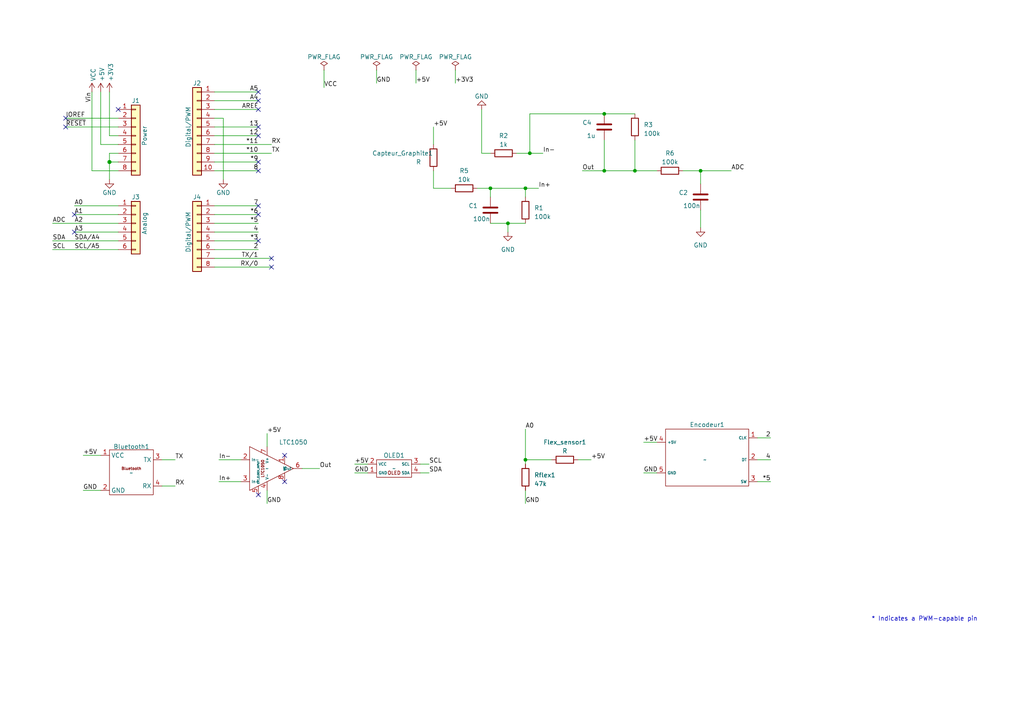
<source format=kicad_sch>
(kicad_sch (version 20230121) (generator eeschema)
  (paper "A4")
  (title_block (title "Capteur_Graphite_GOMOND_GUYOT") (date "mar. 31 mars 2015") (company "INSA Toulouse Génie Physique"))
  (lib_symbols
    (symbol "Capteur_Graphite:Bluetooth"
      (property "Reference" "U" (at 0 0 0))
      (symbol "Bluetooth_0_1"
        (polyline (pts (xy -6.3439 6.7248) (xy -6.35 -6.35) (xy 6.35 -6.35) (xy 6.4084 6.7023) (xy -6.3439 6.6798)))
        (text "Bluetooth\n" (at 0 1.27 0) (effects (font (size 0.8 0.8))))
      )
      (symbol "Bluetooth_1_1"
        (pin bidirectional line (at -8.89 5.08 0) (length 2.54) (name "VCC") (number "1"))
        (pin bidirectional line (at -8.89 -5.08 0) (length 2.54) (name "GND") (number "2"))
        (pin bidirectional line (at 8.89 3.81 180) (length 2.54) (name "TX") (number "3"))
        (pin bidirectional line (at 8.89 -3.81 180) (length 2.54) (name "RX") (number "4"))
      )
    )
    (symbol "Capteur_Graphite:Encodeur"
      (property "Reference" "Encodeur" (at 0 0 0))
      (symbol "Encodeur_0_1"
        (rectangle (start -11.43 8.89) (end 12.7 -7.62))
      )
      (symbol "Encodeur_1_1"
        (pin bidirectional line (at 15.24 6.35 180) (length 2.54) (name "CLK") (number "1"))
        (pin bidirectional line (at 15.24 0 180) (length 2.54) (name "DT") (number "2"))
        (pin bidirectional line (at 15.24 -6.35 180) (length 2.54) (name "SW") (number "3"))
        (pin bidirectional line (at -13.97 5.08 0) (length 2.54) (name "+5V") (number "4"))
        (pin bidirectional line (at -13.97 -3.81 0) (length 2.54) (name "GND") (number "5"))
      )
    )
    (symbol "Capteur_Graphite:LTC1050"
      (property "Reference" "U" (at 0 0 0))
      (symbol "LTC1050_0_1"
        (polyline (pts (xy -5.08 6.35) (xy -5.08 -6.35) (xy 7.62 0) (xy -5.08 6.35)))
        (text "LTC1050" (at -1.27 0 900) (effects (font (size 0.8 0.8))))
      )
      (symbol "LTC1050_1_1"
        (pin bidirectional line (at 5.08 3.81 270) (length 2.54) (name "NC") (number "1"))
        (pin bidirectional line (at -7.62 2.54 0) (length 2.54) (name "In-") (number "2"))
        (pin bidirectional line (at -7.62 -3.81 0) (length 2.54) (name "In+") (number "3"))
        (pin bidirectional line (at 0 -6.35 90) (length 2.54) (name "V-") (number "4"))
        (pin bidirectional line (at -2.54 -7.62 90) (length 2.54) (name "EXT_CLOCK_INPUT") (number "5"))
        (pin bidirectional line (at 10.16 0 180) (length 2.54) (name "Out") (number "6"))
        (pin bidirectional line (at 0 6.35 270) (length 2.54) (name "V+") (number "7"))
        (pin bidirectional line (at 5.08 -3.81 90) (length 2.54) (name "NC") (number "8"))
      )
    )
    (symbol "Capteur_Graphite:OLED"
      (property "Reference" "U" (at 0 0 0))
      (symbol "OLED_0_1"
        (polyline (pts (xy -5.08 2.54) (xy -5.08 -2.54) (xy 5.08 -2.54) (xy 5.08 2.54) (xy -5.08 2.54)))
        (text "OLED" (at 0 -1.27 0) (effects (font (size 1 1))))
      )
      (symbol "OLED_1_1"
        (pin bidirectional line (at -7.62 -1.27 0) (length 2.54) (name "GND") (number "1"))
        (pin bidirectional line (at -7.62 1.27 0) (length 2.54) (name "VCC") (number "2"))
        (pin bidirectional line (at 7.62 1.27 180) (length 2.54) (name "SCL") (number "3"))
        (pin bidirectional line (at 7.62 -1.27 180) (length 2.54) (name "SDA") (number "4"))
      )
    )
    (symbol "Connector_Generic:Conn_01x06" (pin_names (offset 1.016) hide)
      (property "Reference" "J" (at 0 7.62 0))
      (property "Value" "Conn_01x06" (at 0 -10.16 0))
      (symbol "Conn_01x06_1_1"
        (rectangle (start -1.27 -7.493) (end 0 -7.747) (stroke (width 0.1524)))
        (rectangle (start -1.27 -4.953) (end 0 -5.207) (stroke (width 0.1524)))
        (rectangle (start -1.27 -2.413) (end 0 -2.667) (stroke (width 0.1524)))
        (rectangle (start -1.27 0.127) (end 0 -0.127) (stroke (width 0.1524)))
        (rectangle (start -1.27 2.667) (end 0 2.413) (stroke (width 0.1524)))
        (rectangle (start -1.27 5.207) (end 0 4.953) (stroke (width 0.1524)))
        (rectangle (start -1.27 6.35) (end 1.27 -8.89) (stroke (width 0.254)) (fill (type background)))
        (pin passive line (at -5.08 5.08 0) (length 3.81) (name "Pin_1") (number "1"))
        (pin passive line (at -5.08 2.54 0) (length 3.81) (name "Pin_2") (number "2"))
        (pin passive line (at -5.08 0 0) (length 3.81) (name "Pin_3") (number "3"))
        (pin passive line (at -5.08 -2.54 0) (length 3.81) (name "Pin_4") (number "4"))
        (pin passive line (at -5.08 -5.08 0) (length 3.81) (name "Pin_5") (number "5"))
        (pin passive line (at -5.08 -7.62 0) (length 3.81) (name "Pin_6") (number "6"))
      )
    )
    (symbol "Connector_Generic:Conn_01x08" (pin_names (offset 1.016) hide)
      (property "Reference" "J" (at 0 10.16 0))
      (property "Value" "Conn_01x08" (at 0 -12.7 0))
      (symbol "Conn_01x08_1_1"
        (rectangle (start -1.27 -10.033) (end 0 -10.287) (stroke (width 0.1524)))
        (rectangle (start -1.27 -7.493) (end 0 -7.747) (stroke (width 0.1524)))
        (rectangle (start -1.27 -4.953) (end 0 -5.207) (stroke (width 0.1524)))
        (rectangle (start -1.27 -2.413) (end 0 -2.667) (stroke (width 0.1524)))
        (rectangle (start -1.27 0.127) (end 0 -0.127) (stroke (width 0.1524)))
        (rectangle (start -1.27 2.667) (end 0 2.413) (stroke (width 0.1524)))
        (rectangle (start -1.27 5.207) (end 0 4.953) (stroke (width 0.1524)))
        (rectangle (start -1.27 7.747) (end 0 7.493) (stroke (width 0.1524)))
        (rectangle (start -1.27 8.89) (end 1.27 -11.43) (stroke (width 0.254)) (fill (type background)))
        (pin passive line (at -5.08 7.62 0) (length 3.81) (name "Pin_1") (number "1"))
        (pin passive line (at -5.08 5.08 0) (length 3.81) (name "Pin_2") (number "2"))
        (pin passive line (at -5.08 2.54 0) (length 3.81) (name "Pin_3") (number "3"))
        (pin passive line (at -5.08 0 0) (length 3.81) (name "Pin_4") (number "4"))
        (pin passive line (at -5.08 -2.54 0) (length 3.81) (name "Pin_5") (number "5"))
        (pin passive line (at -5.08 -5.08 0) (length 3.81) (name "Pin_6") (number "6"))
        (pin passive line (at -5.08 -7.62 0) (length 3.81) (name "Pin_7") (number "7"))
        (pin passive line (at -5.08 -10.16 0) (length 3.81) (name "Pin_8") (number "8"))
      )
    )
    (symbol "Connector_Generic:Conn_01x10" (pin_names (offset 1.016) hide)
      (property "Reference" "J" (at 0 12.7 0))
      (property "Value" "Conn_01x10" (at 0 -15.24 0))
      (symbol "Conn_01x10_1_1"
        (rectangle (start -1.27 -12.573) (end 0 -12.827) (stroke (width 0.1524)))
        (rectangle (start -1.27 -10.033) (end 0 -10.287) (stroke (width 0.1524)))
        (rectangle (start -1.27 -7.493) (end 0 -7.747) (stroke (width 0.1524)))
        (rectangle (start -1.27 -4.953) (end 0 -5.207) (stroke (width 0.1524)))
        (rectangle (start -1.27 -2.413) (end 0 -2.667) (stroke (width 0.1524)))
        (rectangle (start -1.27 0.127) (end 0 -0.127) (stroke (width 0.1524)))
        (rectangle (start -1.27 2.667) (end 0 2.413) (stroke (width 0.1524)))
        (rectangle (start -1.27 5.207) (end 0 4.953) (stroke (width 0.1524)))
        (rectangle (start -1.27 7.747) (end 0 7.493) (stroke (width 0.1524)))
        (rectangle (start -1.27 10.287) (end 0 10.033) (stroke (width 0.1524)))
        (rectangle (start -1.27 11.43) (end 1.27 -13.97) (stroke (width 0.254)) (fill (type background)))
        (pin passive line (at -5.08 10.16 0) (length 3.81) (name "Pin_1") (number "1"))
        (pin passive line (at -5.08 -12.7 0) (length 3.81) (name "Pin_10") (number "10"))
        (pin passive line (at -5.08 7.62 0) (length 3.81) (name "Pin_2") (number "2"))
        (pin passive line (at -5.08 5.08 0) (length 3.81) (name "Pin_3") (number "3"))
        (pin passive line (at -5.08 2.54 0) (length 3.81) (name "Pin_4") (number "4"))
        (pin passive line (at -5.08 0 0) (length 3.81) (name "Pin_5") (number "5"))
        (pin passive line (at -5.08 -2.54 0) (length 3.81) (name "Pin_6") (number "6"))
        (pin passive line (at -5.08 -5.08 0) (length 3.81) (name "Pin_7") (number "7"))
        (pin passive line (at -5.08 -7.62 0) (length 3.81) (name "Pin_8") (number "8"))
        (pin passive line (at -5.08 -10.16 0) (length 3.81) (name "Pin_9") (number "9"))
      )
    )
    (symbol "Device:C" (pin_numbers hide) (pin_names (offset 0.254))
      (property "Reference" "C" (at 0.635 2.54 0))
      (property "Value" "C" (at 0.635 -2.54 0))
      (symbol "C_0_1"
        (polyline (pts (xy -2.032 -0.762) (xy 2.032 -0.762)) (stroke (width 0.508)))
        (polyline (pts (xy -2.032 0.762) (xy 2.032 0.762)) (stroke (width 0.508)))
      )
      (symbol "C_1_1"
        (pin passive line (at 0 3.81 270) (length 2.794) (name "~") (number "1"))
        (pin passive line (at 0 -3.81 90) (length 2.794) (name "~") (number "2"))
      )
    )
    (symbol "Device:R" (pin_numbers hide) (pin_names (offset 0))
      (property "Reference" "R" (at 2.032 0 90))
      (property "Value" "R" (at 0 0 90))
      (symbol "R_0_1"
        (rectangle (start -1.016 -2.54) (end 1.016 2.54) (stroke (width 0.254)))
      )
      (symbol "R_1_1"
        (pin passive line (at 0 3.81 270) (length 1.27) (name "~") (number "1"))
        (pin passive line (at 0 -3.81 90) (length 1.27) (name "~") (number "2"))
      )
    )
    (symbol "GND_1" (power) (pin_names (offset 0))
      (property "Value" "GND_1" (at 0 -3.81 0))
      (symbol "GND_1_0_1"
        (polyline (pts (xy 0 0) (xy 0 -1.27) (xy 1.27 -1.27) (xy 0 -2.54) (xy -1.27 -1.27) (xy 0 -1.27)))
      )
      (symbol "GND_1_1_1"
        (pin power_in line (at 0 0 270) (length 0) hide (name "GND") (number "1"))
      )
    )
    (symbol "power:+3V3" (power) (pin_names (offset 0))
      (property "Value" "+3V3" (at 0 3.556 0))
      (symbol "+3V3_0_1"
        (polyline (pts (xy -0.762 1.27) (xy 0 2.54)))
        (polyline (pts (xy 0 0) (xy 0 2.54)))
        (polyline (pts (xy 0 2.54) (xy 0.762 1.27)))
      )
      (symbol "+3V3_1_1"
        (pin power_in line (at 0 0 90) (length 0) hide (name "+3V3") (number "1"))
      )
    )
    (symbol "power:+5V" (power) (pin_names (offset 0))
      (property "Value" "+5V" (at 0 3.556 0))
      (symbol "+5V_0_1"
        (polyline (pts (xy -0.762 1.27) (xy 0 2.54)))
        (polyline (pts (xy 0 0) (xy 0 2.54)))
        (polyline (pts (xy 0 2.54) (xy 0.762 1.27)))
      )
      (symbol "+5V_1_1"
        (pin power_in line (at 0 0 90) (length 0) hide (name "+5V") (number "1"))
      )
    )
    (symbol "power:GND" (power) (pin_names (offset 0))
      (property "Value" "GND" (at 0 -3.81 0))
      (symbol "GND_0_1"
        (polyline (pts (xy 0 0) (xy 0 -1.27) (xy 1.27 -1.27) (xy 0 -2.54) (xy -1.27 -1.27) (xy 0 -1.27)))
      )
      (symbol "GND_1_1"
        (pin power_in line (at 0 0 270) (length 0) hide (name "GND") (number "1"))
      )
    )
    (symbol "power:PWR_FLAG" (power) (pin_numbers hide) (pin_names (offset 0) hide)
      (property "Value" "PWR_FLAG" (at 0 3.81 0))
      (symbol "PWR_FLAG_0_0"
        (pin power_out line (at 0 0 90) (length 0) (name "pwr") (number "1"))
      )
      (symbol "PWR_FLAG_0_1"
        (polyline (pts (xy 0 0) (xy 0 1.27) (xy -1.016 1.905) (xy 0 2.54) (xy 1.016 1.905) (xy 0 1.27)))
      )
    )
    (symbol "power:VCC" (power) (pin_names (offset 0))
      (property "Value" "VCC" (at 0 3.81 0))
      (symbol "VCC_0_1"
        (polyline (pts (xy -0.762 1.27) (xy 0 2.54)))
        (polyline (pts (xy 0 0) (xy 0 2.54)))
        (polyline (pts (xy 0 2.54) (xy 0.762 1.27)))
      )
      (symbol "VCC_1_1"
        (pin power_in line (at 0 0 90) (length 0) hide (name "VCC") (number "1"))
      )
    )
  )
  (junction (at 175.26 49.53))
  (junction (at 153.67 44.45))
  (junction (at 203.2 49.53))
  (junction (at 31.75 46.99) (diameter 1.016))
  (junction (at 152.4 54.61))
  (junction (at 142.24 54.61))
  (junction (at 184.15 49.53))
  (junction (at 152.4 133.35))
  (junction (at 147.32 64.77))
  (junction (at 175.26 33.02))
  (no_connect (at 78.74 77.47))
  (no_connect (at 74.93 26.67))
  (no_connect (at 21.59 67.31))
  (no_connect (at 74.93 46.99))
  (no_connect (at 74.93 49.53))
  (no_connect (at 74.93 36.83))
  (no_connect (at 74.93 59.69))
  (no_connect (at 19.05 36.83))
  (no_connect (at 82.55 139.7))
  (no_connect (at 21.59 62.23))
  (no_connect (at 74.93 143.51))
  (no_connect (at 74.93 62.23))
  (no_connect (at 78.74 74.93))
  (no_connect (at 34.29 31.75))
  (no_connect (at 19.05 34.29))
  (no_connect (at 74.93 31.75))
  (no_connect (at 74.93 69.85))
  (no_connect (at 74.93 29.21))
  (no_connect (at 74.93 39.37))
  (no_connect (at 82.55 132.08))
  (wire (pts (xy 62.23 77.47) (xy 78.74 77.47)))
  (wire (pts (xy 77.47 125.73) (xy 77.47 129.54)))
  (wire (pts (xy 152.4 54.61) (xy 152.4 57.15)))
  (wire (pts (xy 184.15 40.64) (xy 184.15 49.53)))
  (wire (pts (xy 152.4 134.62) (xy 152.4 133.35)))
  (wire (pts (xy 62.23 44.45) (xy 78.74 44.45)))
  (wire (pts (xy 62.23 26.67) (xy 74.93 26.67)))
  (wire (pts (xy 24.13 142.24) (xy 29.21 142.24)))
  (wire (pts (xy 121.92 134.62) (xy 124.46 134.62)))
  (wire (pts (xy 138.43 54.61) (xy 142.24 54.61)))
  (wire (pts (xy 31.75 44.45) (xy 31.75 46.99)))
  (wire (pts (xy 147.32 64.77) (xy 152.4 64.77)))
  (wire (pts (xy 24.13 132.08) (xy 29.21 132.08)))
  (wire (pts (xy 184.15 49.53) (xy 190.5 49.53)))
  (wire (pts (xy 62.23 64.77) (xy 74.93 64.77)))
  (wire (pts (xy 142.24 64.77) (xy 147.32 64.77)))
  (wire (pts (xy 147.32 64.77) (xy 147.32 67.31)))
  (wire (pts (xy 31.75 46.99) (xy 31.75 52.07)))
  (wire (pts (xy 31.75 39.37) (xy 34.29 39.37)))
  (wire (pts (xy 29.21 41.91) (xy 34.29 41.91)))
  (wire (pts (xy 175.26 33.02) (xy 153.67 33.02)))
  (wire (pts (xy 29.21 26.67) (xy 29.21 41.91)))
  (wire (pts (xy 203.2 60.96) (xy 203.2 66.04)))
  (wire (pts (xy 168.91 49.53) (xy 175.26 49.53)))
  (wire (pts (xy 62.23 36.83) (xy 74.93 36.83)))
  (wire (pts (xy 125.73 36.83) (xy 125.73 41.91)))
  (wire (pts (xy 175.26 40.64) (xy 175.26 49.53)))
  (wire (pts (xy 31.75 26.67) (xy 31.75 39.37)))
  (wire (pts (xy 62.23 59.69) (xy 74.93 59.69)))
  (wire (pts (xy 203.2 49.53) (xy 203.2 53.34)))
  (wire (pts (xy 219.71 139.7) (xy 223.52 139.7)))
  (wire (pts (xy 62.23 39.37) (xy 74.93 39.37)))
  (wire (pts (xy 21.59 59.69) (xy 34.29 59.69)))
  (wire (pts (xy 62.23 62.23) (xy 74.93 62.23)))
  (wire (pts (xy 153.67 44.45) (xy 157.48 44.45)))
  (wire (pts (xy 87.63 135.89) (xy 92.71 135.89)))
  (wire (pts (xy 152.4 54.61) (xy 156.21 54.61)))
  (wire (pts (xy 149.86 44.45) (xy 153.67 44.45)))
  (wire (pts (xy 120.65 20.32) (xy 120.65 24.13)))
  (wire (pts (xy 175.26 49.53) (xy 184.15 49.53)))
  (wire (pts (xy 15.24 72.39) (xy 34.29 72.39)))
  (wire (pts (xy 62.23 46.99) (xy 74.93 46.99)))
  (wire (pts (xy 203.2 49.53) (xy 212.09 49.53)))
  (wire (pts (xy 139.7 44.45) (xy 139.7 31.75)))
  (wire (pts (xy 186.69 137.16) (xy 190.5 137.16)))
  (wire (pts (xy 93.98 20.32) (xy 93.98 25.4)))
  (wire (pts (xy 19.05 34.29) (xy 34.29 34.29)))
  (wire (pts (xy 77.47 142.24) (xy 77.47 146.05)))
  (wire (pts (xy 175.26 33.02) (xy 184.15 33.02)))
  (wire (pts (xy 64.77 34.29) (xy 64.77 52.07)))
  (wire (pts (xy 62.23 31.75) (xy 74.93 31.75)))
  (wire (pts (xy 152.4 124.46) (xy 152.4 133.35)))
  (wire (pts (xy 63.5 139.7) (xy 69.85 139.7)))
  (wire (pts (xy 15.24 64.77) (xy 34.29 64.77)))
  (wire (pts (xy 142.24 54.61) (xy 152.4 54.61)))
  (wire (pts (xy 19.05 36.83) (xy 34.29 36.83)))
  (wire (pts (xy 125.73 54.61) (xy 130.81 54.61)))
  (wire (pts (xy 34.29 46.99) (xy 31.75 46.99)))
  (wire (pts (xy 198.12 49.53) (xy 203.2 49.53)))
  (wire (pts (xy 142.24 54.61) (xy 142.24 57.15)))
  (wire (pts (xy 34.29 49.53) (xy 26.67 49.53)))
  (wire (pts (xy 132.08 20.32) (xy 132.08 24.13)))
  (wire (pts (xy 109.22 20.32) (xy 109.22 24.13)))
  (wire (pts (xy 21.59 62.23) (xy 34.29 62.23)))
  (wire (pts (xy 62.23 67.31) (xy 74.93 67.31)))
  (wire (pts (xy 102.87 137.16) (xy 106.68 137.16)))
  (wire (pts (xy 46.99 133.35) (xy 50.8 133.35)))
  (wire (pts (xy 152.4 133.35) (xy 160.02 133.35)))
  (wire (pts (xy 46.99 140.97) (xy 50.8 140.97)))
  (wire (pts (xy 62.23 34.29) (xy 64.77 34.29)))
  (wire (pts (xy 34.29 44.45) (xy 31.75 44.45)))
  (wire (pts (xy 62.23 41.91) (xy 78.74 41.91)))
  (wire (pts (xy 219.71 133.35) (xy 223.52 133.35)))
  (wire (pts (xy 167.64 133.35) (xy 171.45 133.35)))
  (wire (pts (xy 102.87 134.62) (xy 106.68 134.62)))
  (wire (pts (xy 153.67 33.02) (xy 153.67 44.45)))
  (wire (pts (xy 21.59 67.31) (xy 34.29 67.31)))
  (wire (pts (xy 186.69 128.27) (xy 190.5 128.27)))
  (wire (pts (xy 142.24 44.45) (xy 139.7 44.45)))
  (wire (pts (xy 125.73 49.53) (xy 125.73 54.61)))
  (wire (pts (xy 219.71 127) (xy 223.52 127)))
  (wire (pts (xy 152.4 142.24) (xy 152.4 146.05)))
  (wire (pts (xy 62.23 29.21) (xy 74.93 29.21)))
  (wire (pts (xy 121.92 137.16) (xy 124.46 137.16)))
  (wire (pts (xy 62.23 69.85) (xy 74.93 69.85)))
  (wire (pts (xy 63.5 133.35) (xy 69.85 133.35)))
  (wire (pts (xy 62.23 74.93) (xy 78.74 74.93)))
  (wire (pts (xy 26.67 49.53) (xy 26.67 26.67)))
  (wire (pts (xy 15.24 69.85) (xy 34.29 69.85)))
  (wire (pts (xy 62.23 72.39) (xy 74.93 72.39)))
  (wire (pts (xy 62.23 49.53) (xy 74.93 49.53)))
  (text "* Indicates a PWM-capable pin" (at 252.73 180.34 0) (effects (font (size 1.27 1.27)) (justify left bottom)))
  (label "RX{slash}0" (at 74.93 77.47 180))
  (label "SDA" (at 15.24 69.85 0))
  (label "GND" (at 109.22 24.13 0))
  (label "*5" (at 223.52 139.7 180))
  (label "A2" (at 21.59 64.77 0))
  (label "+5V" (at 125.73 36.83 0))
  (label "4" (at 74.93 67.31 180))
  (label "Out" (at 92.71 135.89 0))
  (label "GND" (at 102.87 137.16 0))
  (label "In+" (at 63.5 139.7 0))
  (label "GND" (at 77.47 146.05 0))
  (label "TX" (at 78.74 44.45 0))
  (label "+5V" (at 102.87 134.62 0))
  (label "2" (at 74.93 72.39 180))
  (label "ADC" (at 212.09 49.53 0))
  (label "A3" (at 21.59 67.31 0))
  (label "VCC" (at 93.98 25.4 0))
  (label "+5V" (at 24.13 132.08 0))
  (label "13" (at 74.93 36.83 180))
  (label "12" (at 74.93 39.37 180))
  (label "A0" (at 152.4 124.46 0))
  (label "~{RESET}" (at 19.05 36.83 0))
  (label "In+" (at 156.21 54.61 0))
  (label "*10" (at 74.93 44.45 180))
  (label "GND" (at 152.4 146.05 0))
  (label "In-" (at 157.48 44.45 0))
  (label "SDA" (at 124.46 137.16 0))
  (label "4" (at 223.52 133.35 180))
  (label "+3V3" (at 132.08 24.13 0))
  (label "7" (at 74.93 59.69 180))
  (label "A4" (at 74.93 29.21 180))
  (label "8" (at 74.93 49.53 180))
  (label "GND" (at 186.69 137.16 0))
  (label "GND" (at 24.13 142.24 0))
  (label "*11" (at 74.93 41.91 180))
  (label "*3" (at 74.93 69.85 180))
  (label "A1" (at 21.59 62.23 0))
  (label "TX{slash}1" (at 74.93 74.93 180))
  (label "+5V" (at 120.65 24.13 0))
  (label "+5V" (at 171.45 133.35 0))
  (label "AREF" (at 74.93 31.75 180))
  (label "RX" (at 78.74 41.91 0))
  (label "+5V" (at 186.69 128.27 0))
  (label "Vin" (at 26.67 26.67 270))
  (label "*6" (at 74.93 62.23 180))
  (label "+5V" (at 77.47 125.73 0))
  (label "In-" (at 63.5 133.35 0))
  (label "A5" (at 74.93 26.67 180))
  (label "*9" (at 74.93 46.99 180))
  (label "ADC" (at 15.24 64.77 0))
  (label "RX" (at 50.8 140.97 0))
  (label "TX" (at 50.8 133.35 0))
  (label "A0" (at 21.59 59.69 0))
  (label "*5" (at 74.93 64.77 180))
  (label "IOREF" (at 19.05 34.29 0))
  (label "SDA{slash}A4" (at 21.59 69.85 0))
  (label "2" (at 223.52 127 180))
  (label "SCL{slash}A5" (at 21.59 72.39 0))
  (label "SCL" (at 15.24 72.39 0))
  (label "Out" (at 168.91 49.53 0))
  (label "SCL" (at 124.46 134.62 0))
  (symbol (lib_id "Connector_Generic:Conn_01x08") (at 39.37 39.37 0) (unit 1)
    (property "Reference" "J1" (at 39.37 29.21 0))
    (property "Value" "Power" (at 41.91 39.37 90))
    (property "Footprint" "Connector_PinSocket_2.54mm:PinSocket_1x08_P2.54mm_Vertical" (effects hide))
  )
  (symbol (lib_id "power:+3V3") (at 31.75 26.67 0) (unit 1)
    (property "Reference" "#PWR03" (effects hide))
    (property "Value" "+3.3V" (at 32.131 23.622 90) (effects (justify left)))
  )
  (symbol (lib_id "power:+5V") (at 29.21 26.67 0) (unit 1)
    (property "Reference" "#PWR02" (effects hide))
    (property "Value" "+5V" (at 29.5656 23.622 90) (effects (justify left)))
  )
  (symbol (lib_id "power:GND") (at 31.75 52.07 0) (unit 1)
    (property "Reference" "#PWR04" (effects hide))
    (property "Value" "GND" (at 31.75 55.88 0))
  )
  (symbol (lib_id "Connector_Generic:Conn_01x10") (at 57.15 36.83 0) (mirror y) (unit 1)
    (property "Reference" "J2" (at 57.15 24.13 0))
    (property "Value" "Digital/PWM" (at 54.61 36.83 90))
    (property "Footprint" "Connector_PinSocket_2.54mm:PinSocket_1x10_P2.54mm_Vertical" (effects hide))
  )
  (symbol (lib_id "power:GND") (at 64.77 52.07 0) (unit 1)
    (property "Reference" "#PWR05" (effects hide))
    (property "Value" "GND" (at 64.77 55.88 0))
  )
  (symbol (lib_id "Connector_Generic:Conn_01x06") (at 39.37 64.77 0) (unit 1)
    (property "Reference" "J3" (at 39.37 57.15 0))
    (property "Value" "Analog" (at 41.91 64.77 90))
    (property "Footprint" "Connector_PinSocket_2.54mm:PinSocket_1x06_P2.54mm_Vertical" (effects hide))
  )
  (symbol (lib_id "Connector_Generic:Conn_01x08") (at 57.15 67.31 0) (mirror y) (unit 1)
    (property "Reference" "J4" (at 57.15 57.15 0))
    (property "Value" "Digital/PWM" (at 54.61 67.31 90))
    (property "Footprint" "Connector_PinSocket_2.54mm:PinSocket_1x08_P2.54mm_Vertical" (effects hide))
  )
  (symbol (lib_name "GND_1") (lib_id "power:GND") (at 203.2 66.04 0) (unit 1)
    (property "Reference" "#PWR08" (effects hide))
    (property "Value" "GND" (at 203.2 71.12 0))
  )
  (symbol (lib_id "Device:R") (at 184.15 36.83 180) (unit 1)
    (property "Reference" "R3" (at 186.69 36.195 0) (effects (justify right)))
    (property "Value" "100k" (at 186.69 38.735 0) (effects (justify right)))
    (property "Footprint" "Resistor_THT:R_Axial_DIN0204_L3.6mm_D1.6mm_P5.08mm_Horizontal" (effects hide))
  )
  (symbol (lib_name "GND_1") (lib_id "power:GND") (at 139.7 31.75 180) (unit 1)
    (property "Reference" "#PWR07" (effects hide))
    (property "Value" "GND" (at 139.7 27.94 0))
  )
  (symbol (lib_id "power:PWR_FLAG") (at 109.22 20.32 0) (unit 1)
    (property "Reference" "#FLG02" (effects hide))
    (property "Value" "PWR_FLAG" (at 109.22 16.51 0))
  )
  (symbol (lib_id "Capteur_Graphite:Bluetooth") (at 38.1 137.16 0) (unit 1)
    (property "Reference" "Bluetooth1" (at 38.1292 129.54 0))
    (property "Value" "~" (at 38.1 137.16 0))
    (property "Footprint" "Empreinte_Projet_Capteur:Bluetooth" (effects hide))
  )
  (symbol (lib_id "Device:R") (at 152.4 60.96 0) (unit 1)
    (property "Reference" "R1" (at 154.94 60.325 0) (effects (justify left)))
    (property "Value" "100k" (at 154.94 62.865 0) (effects (justify left)))
    (property "Footprint" "Resistor_THT:R_Axial_DIN0204_L3.6mm_D1.6mm_P5.08mm_Horizontal" (effects hide))
  )
  (symbol (lib_id "Capteur_Graphite:Encodeur") (at 204.47 133.35 0) (unit 1)
    (property "Reference" "Encodeur1" (at 205.105 123.19 0))
    (property "Value" "~" (at 204.47 133.35 0))
    (property "Footprint" "Empreinte_Projet_Capteur:Encodeur" (effects hide))
  )
  (symbol (lib_id "Device:R") (at 125.73 45.72 180) (unit 1)
    (property "Reference" "Capteur_Graphite1" (at 107.95 44.45 0) (effects (justify right)))
    (property "Value" "R" (at 120.65 46.99 0) (effects (justify right)))
    (property "Footprint" "Connector_PinSocket_2.54mm:PinSocket_1x02_P2.54mm_Vertical" (effects hide))
  )
  (symbol (lib_id "Device:R") (at 146.05 44.45 90) (unit 1)
    (property "Reference" "R2" (at 146.05 39.37 90))
    (property "Value" "1k" (at 146.05 41.91 90))
    (property "Footprint" "Resistor_THT:R_Axial_DIN0204_L3.6mm_D1.6mm_P2.54mm_Vertical" (effects hide))
  )
  (symbol (lib_id "Device:R") (at 152.4 138.43 0) (unit 1)
    (property "Reference" "Rflex1" (at 154.94 137.795 0) (effects (justify left)))
    (property "Value" "47k" (at 154.94 140.335 0) (effects (justify left)))
    (property "Footprint" "Resistor_THT:R_Axial_DIN0204_L3.6mm_D1.6mm_P5.08mm_Horizontal" (effects hide))
  )
  (symbol (lib_name "GND_1") (lib_id "power:GND") (at 147.32 67.31 0) (unit 1)
    (property "Reference" "#PWR06" (effects hide))
    (property "Value" "GND" (at 147.32 72.39 0))
  )
  (symbol (lib_id "Capteur_Graphite:LTC1050") (at 77.47 135.89 0) (unit 1)
    (property "Reference" "LTC1050" (at 85.09 128.27 0))
    (property "Value" "~" (at 77.47 135.89 0))
    (property "Footprint" "Empreinte_Projet_Capteur:LTC1050" (effects hide))
  )
  (symbol (lib_id "Device:C") (at 203.2 57.15 180) (unit 1)
    (property "Reference" "C2" (at 196.85 55.88 0) (effects (justify right)))
    (property "Value" "100n" (at 198.12 59.69 0) (effects (justify right)))
    (property "Footprint" "Capacitor_THT:C_Disc_D3.0mm_W1.6mm_P2.50mm" (effects hide))
  )
  (symbol (lib_id "Device:R") (at 134.62 54.61 90) (unit 1)
    (property "Reference" "R5" (at 134.62 49.53 90))
    (property "Value" "10k" (at 134.62 52.07 90))
    (property "Footprint" "Resistor_THT:R_Axial_DIN0204_L3.6mm_D1.6mm_P5.08mm_Horizontal" (effects hide))
  )
  (symbol (lib_id "power:VCC") (at 26.67 26.67 0) (unit 1)
    (property "Reference" "#PWR01" (effects hide))
    (property "Value" "VCC" (at 27.051 23.622 90) (effects (justify left)))
  )
  (symbol (lib_id "Capteur_Graphite:OLED") (at 114.3 135.89 0) (unit 1)
    (property "Reference" "OLED1" (at 114.3 132.08 0))
    (property "Value" "~" (at 114.3 135.89 0))
    (property "Footprint" "Empreinte_Projet_Capteur:OLED" (effects hide))
  )
  (symbol (lib_id "Device:R") (at 194.31 49.53 270) (unit 1)
    (property "Reference" "R6" (at 194.31 44.45 90))
    (property "Value" "100k" (at 194.31 46.99 90))
    (property "Footprint" "Resistor_THT:R_Axial_DIN0204_L3.6mm_D1.6mm_P5.08mm_Horizontal" (effects hide))
  )
  (symbol (lib_id "power:PWR_FLAG") (at 132.08 20.32 0) (unit 1)
    (property "Reference" "#FLG04" (effects hide))
    (property "Value" "PWR_FLAG" (at 132.08 16.51 0))
  )
  (symbol (lib_id "power:PWR_FLAG") (at 93.98 20.32 0) (unit 1)
    (property "Reference" "#FLG01" (effects hide))
    (property "Value" "PWR_FLAG" (at 93.98 16.51 0))
  )
  (symbol (lib_id "Device:R") (at 163.83 133.35 90) (unit 1)
    (property "Reference" "Flex_sensor1" (at 163.83 128.27 90))
    (property "Value" "R" (at 163.83 130.81 90))
    (property "Footprint" "Connector_PinSocket_2.54mm:PinSocket_1x02_P2.54mm_Vertical" (effects hide))
  )
  (symbol (lib_id "power:PWR_FLAG") (at 120.65 20.32 0) (unit 1)
    (property "Reference" "#FLG03" (effects hide))
    (property "Value" "PWR_FLAG" (at 120.65 16.51 0))
  )
  (symbol (lib_id "Device:C") (at 142.24 60.96 180) (unit 1)
    (property "Reference" "C1" (at 135.89 59.69 0) (effects (justify right)))
    (property "Value" "100n" (at 137.16 63.5 0) (effects (justify right)))
    (property "Footprint" "Capacitor_THT:C_Disc_D3.0mm_W1.6mm_P2.50mm" (effects hide))
  )
  (symbol (lib_id "Device:C") (at 175.26 36.83 180) (unit 1)
    (property "Reference" "C4" (at 168.91 35.56 0) (effects (justify right)))
    (property "Value" "1u" (at 170.18 39.37 0) (effects (justify right)))
    (property "Footprint" "Capacitor_THT:C_Rect_L7.0mm_W4.5mm_P5.00mm" (effects hide))
  )
)
</source>
